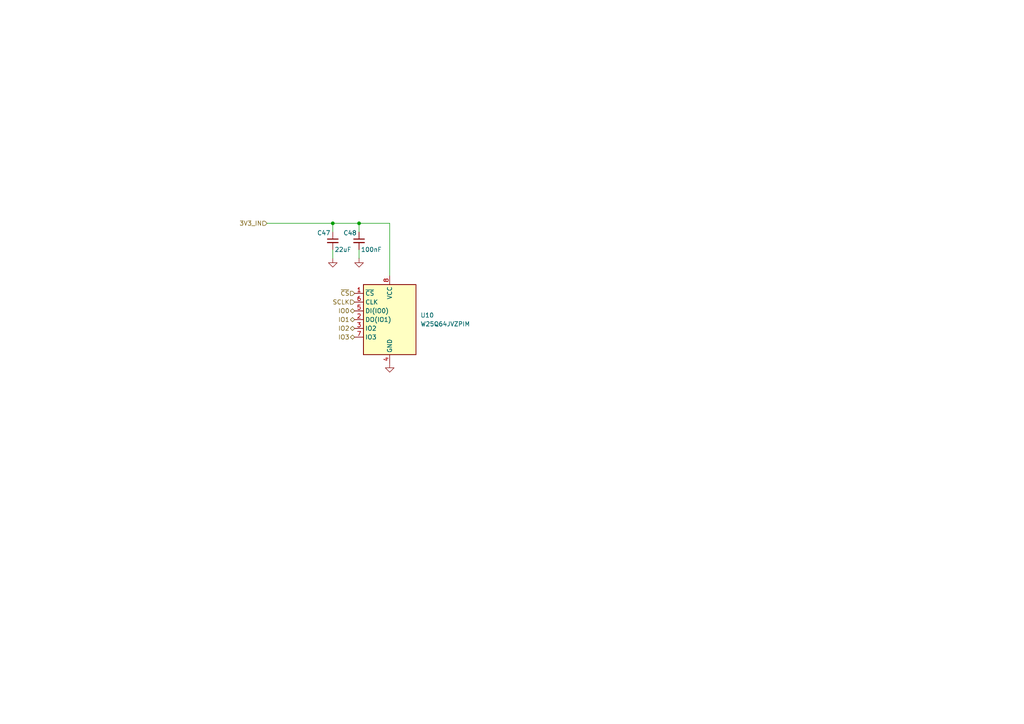
<source format=kicad_sch>
(kicad_sch (version 20231120) (generator "eeschema") (generator_version "8.0")
  (paper "A4")
  (lib_symbols
    (symbol "Device:C_Small" (pin_numbers hide) (pin_names (offset 0.254) hide)
      (property "Reference" "C" (at 0.254 1.778 0))
      (property "Value" "C_Small" (at 0.254 -2.032 0))
      (symbol "C_Small_0_1"
        (polyline (pts (xy -1.524 -0.508) (xy 1.524 -0.508)) (stroke (width 0.3302)))
        (polyline (pts (xy -1.524 0.508) (xy 1.524 0.508)) (stroke (width 0.3048)))
      )
      (symbol "C_Small_1_1"
        (pin passive line (at 0 2.54 270) (length 2.032) (name "~") (number "1"))
        (pin passive line (at 0 -2.54 90) (length 2.032) (name "~") (number "2"))
      )
    )
    (symbol "Memory_Flash:W25Q16JVSS"
      (property "Reference" "U" (at -6.35 11.43 0))
      (property "Value" "W25Q16JVSS" (at 7.62 11.43 0))
      (symbol "W25Q16JVSS_0_1"
        (rectangle (start -7.62 10.16) (end 7.62 -10.16) (stroke (width 0.254)) (fill (type background)))
      )
      (symbol "W25Q16JVSS_1_1"
        (pin input line (at -10.16 7.62 0) (length 2.54) (name "~{CS}") (number "1"))
        (pin bidirectional line (at -10.16 0 0) (length 2.54) (name "DO(IO1)") (number "2"))
        (pin bidirectional line (at -10.16 -2.54 0) (length 2.54) (name "IO2") (number "3"))
        (pin power_in line (at 0 -12.7 90) (length 2.54) (name "GND") (number "4"))
        (pin bidirectional line (at -10.16 2.54 0) (length 2.54) (name "DI(IO0)") (number "5"))
        (pin input line (at -10.16 5.08 0) (length 2.54) (name "CLK") (number "6"))
        (pin bidirectional line (at -10.16 -5.08 0) (length 2.54) (name "IO3") (number "7"))
        (pin power_in line (at 0 12.7 270) (length 2.54) (name "VCC") (number "8"))
      )
    )
    (symbol "power:GND" (power) (pin_numbers hide) (pin_names (offset 0) hide)
      (property "Value" "GND" (at 0 -3.81 0))
      (symbol "GND_0_1"
        (polyline (pts (xy 0 0) (xy 0 -1.27) (xy 1.27 -1.27) (xy 0 -2.54) (xy -1.27 -1.27) (xy 0 -1.27)))
      )
      (symbol "GND_1_1"
        (pin power_in line (at 0 0 270) (length 0) (name "~") (number "1"))
      )
    )
  )
  (junction (at 104.14 64.77))
  (junction (at 96.52 64.77))
  (wire (pts (xy 113.03 64.77) (xy 113.03 80.01)))
  (wire (pts (xy 104.14 64.77) (xy 113.03 64.77)))
  (wire (pts (xy 104.14 64.77) (xy 104.14 67.31)))
  (wire (pts (xy 96.52 64.77) (xy 96.52 67.31)))
  (wire (pts (xy 96.52 72.39) (xy 96.52 74.93)))
  (wire (pts (xy 104.14 72.39) (xy 104.14 74.93)))
  (wire (pts (xy 77.47 64.77) (xy 96.52 64.77)))
  (wire (pts (xy 96.52 64.77) (xy 104.14 64.77)))
  (hierarchical_label "3V3_IN" (shape input) (at 77.47 64.77 180))
  (hierarchical_label "IO0" (shape bidirectional) (at 102.87 90.17 180))
  (hierarchical_label "IO1" (shape bidirectional) (at 102.87 92.71 180))
  (hierarchical_label "~{CS}" (shape input) (at 102.87 85.09 180))
  (hierarchical_label "IO3" (shape bidirectional) (at 102.87 97.79 180))
  (hierarchical_label "IO2" (shape bidirectional) (at 102.87 95.25 180))
  (hierarchical_label "SCLK" (shape input) (at 102.87 87.63 180))
  (symbol (lib_id "power:GND") (at 96.52 74.93 0) (unit 1)
    (property "Reference" "#PWR069" (effects (hide yes)))
    (property "Value" "GND" (effects (hide yes)))
    (property "Description" "Power symbol creates a global label with name \"GND\" , ground" (effects (hide yes)))
  )
  (symbol (lib_id "power:GND") (at 113.03 105.41 0) (unit 1)
    (property "Reference" "#PWR068" (effects (hide yes)))
    (property "Value" "GND" (effects (hide yes)))
    (property "Description" "Power symbol creates a global label with name \"GND\" , ground" (effects (hide yes)))
  )
  (symbol (lib_id "Device:C_Small") (at 96.52 69.85 0) (unit 1)
    (property "Reference" "C47" (at 91.948 67.564 0) (effects (justify left)))
    (property "Value" "22uF" (at 97.028 72.39 0) (effects (justify left)))
    (property "Description" "Unpolarized capacitor, small symbol" (effects (hide yes)))
  )
  (symbol (lib_id "power:GND") (at 104.14 74.93 0) (unit 1)
    (property "Reference" "#PWR070" (effects (hide yes)))
    (property "Value" "GND" (effects (hide yes)))
    (property "Description" "Power symbol creates a global label with name \"GND\" , ground" (effects (hide yes)))
  )
  (symbol (lib_id "Memory_Flash:W25Q16JVSS") (at 113.03 92.71 0) (unit 1)
    (property "Reference" "U10" (at 121.92 91.4399 0) (effects (justify left)))
    (property "Value" "W25Q64JVZPIM" (at 121.92 93.9799 0) (effects (justify left)))
    (property "Footprint" "Package_SO:SOIC-8_5.23x5.23mm_P1.27mm" (effects (hide yes)))
    (property "Datasheet" "https://www.winbond.com/hq/support/documentation/levelOne.jsp?__locale=en&DocNo=DA00-W25Q16JV.1" (effects (hide yes)))
    (property "Description" "16Mb Serial Flash Memory, Standard/Dual/Quad SPI, SOIC-8" (effects (hide yes)))
  )
  (symbol (lib_id "Device:C_Small") (at 104.14 69.85 0) (unit 1)
    (property "Reference" "C48" (at 99.568 67.564 0) (effects (justify left)))
    (property "Value" "100nF" (at 104.648 72.39 0) (effects (justify left)))
    (property "Description" "Unpolarized capacitor, small symbol" (effects (hide yes)))
  )
)
</source>
